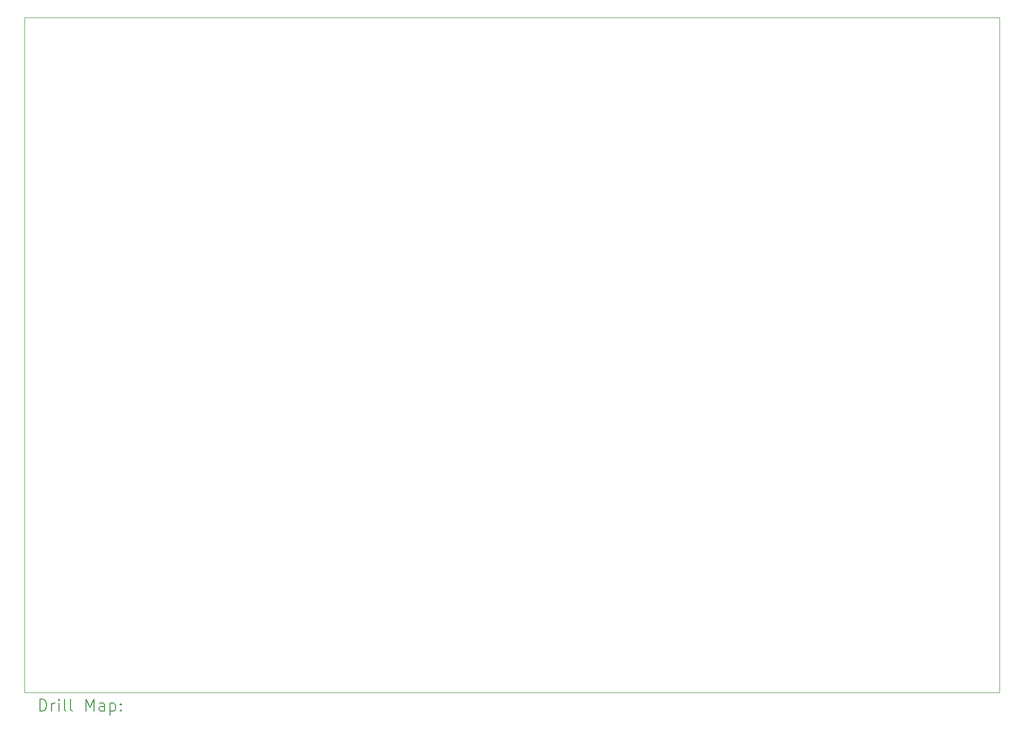
<source format=gbr>
%TF.GenerationSoftware,KiCad,Pcbnew,8.0.2*%
%TF.CreationDate,2024-05-30T20:48:47-07:00*%
%TF.ProjectId,DSP_TU,4453505f-5455-42e6-9b69-6361645f7063,B*%
%TF.SameCoordinates,Original*%
%TF.FileFunction,Drillmap*%
%TF.FilePolarity,Positive*%
%FSLAX45Y45*%
G04 Gerber Fmt 4.5, Leading zero omitted, Abs format (unit mm)*
G04 Created by KiCad (PCBNEW 8.0.2) date 2024-05-30 20:48:47*
%MOMM*%
%LPD*%
G01*
G04 APERTURE LIST*
%ADD10C,0.050000*%
%ADD11C,0.200000*%
G04 APERTURE END LIST*
D10*
X3403600Y-2921000D02*
X19913600Y-2921000D01*
X19913600Y-14351000D01*
X3403600Y-14351000D01*
X3403600Y-2921000D01*
D11*
X3661877Y-14664984D02*
X3661877Y-14464984D01*
X3661877Y-14464984D02*
X3709496Y-14464984D01*
X3709496Y-14464984D02*
X3738067Y-14474508D01*
X3738067Y-14474508D02*
X3757115Y-14493555D01*
X3757115Y-14493555D02*
X3766639Y-14512603D01*
X3766639Y-14512603D02*
X3776162Y-14550698D01*
X3776162Y-14550698D02*
X3776162Y-14579269D01*
X3776162Y-14579269D02*
X3766639Y-14617365D01*
X3766639Y-14617365D02*
X3757115Y-14636412D01*
X3757115Y-14636412D02*
X3738067Y-14655460D01*
X3738067Y-14655460D02*
X3709496Y-14664984D01*
X3709496Y-14664984D02*
X3661877Y-14664984D01*
X3861877Y-14664984D02*
X3861877Y-14531650D01*
X3861877Y-14569746D02*
X3871401Y-14550698D01*
X3871401Y-14550698D02*
X3880924Y-14541174D01*
X3880924Y-14541174D02*
X3899972Y-14531650D01*
X3899972Y-14531650D02*
X3919020Y-14531650D01*
X3985686Y-14664984D02*
X3985686Y-14531650D01*
X3985686Y-14464984D02*
X3976162Y-14474508D01*
X3976162Y-14474508D02*
X3985686Y-14484031D01*
X3985686Y-14484031D02*
X3995210Y-14474508D01*
X3995210Y-14474508D02*
X3985686Y-14464984D01*
X3985686Y-14464984D02*
X3985686Y-14484031D01*
X4109496Y-14664984D02*
X4090448Y-14655460D01*
X4090448Y-14655460D02*
X4080924Y-14636412D01*
X4080924Y-14636412D02*
X4080924Y-14464984D01*
X4214258Y-14664984D02*
X4195210Y-14655460D01*
X4195210Y-14655460D02*
X4185686Y-14636412D01*
X4185686Y-14636412D02*
X4185686Y-14464984D01*
X4442829Y-14664984D02*
X4442829Y-14464984D01*
X4442829Y-14464984D02*
X4509496Y-14607841D01*
X4509496Y-14607841D02*
X4576163Y-14464984D01*
X4576163Y-14464984D02*
X4576163Y-14664984D01*
X4757115Y-14664984D02*
X4757115Y-14560222D01*
X4757115Y-14560222D02*
X4747591Y-14541174D01*
X4747591Y-14541174D02*
X4728544Y-14531650D01*
X4728544Y-14531650D02*
X4690448Y-14531650D01*
X4690448Y-14531650D02*
X4671401Y-14541174D01*
X4757115Y-14655460D02*
X4738067Y-14664984D01*
X4738067Y-14664984D02*
X4690448Y-14664984D01*
X4690448Y-14664984D02*
X4671401Y-14655460D01*
X4671401Y-14655460D02*
X4661877Y-14636412D01*
X4661877Y-14636412D02*
X4661877Y-14617365D01*
X4661877Y-14617365D02*
X4671401Y-14598317D01*
X4671401Y-14598317D02*
X4690448Y-14588793D01*
X4690448Y-14588793D02*
X4738067Y-14588793D01*
X4738067Y-14588793D02*
X4757115Y-14579269D01*
X4852353Y-14531650D02*
X4852353Y-14731650D01*
X4852353Y-14541174D02*
X4871401Y-14531650D01*
X4871401Y-14531650D02*
X4909496Y-14531650D01*
X4909496Y-14531650D02*
X4928544Y-14541174D01*
X4928544Y-14541174D02*
X4938067Y-14550698D01*
X4938067Y-14550698D02*
X4947591Y-14569746D01*
X4947591Y-14569746D02*
X4947591Y-14626888D01*
X4947591Y-14626888D02*
X4938067Y-14645936D01*
X4938067Y-14645936D02*
X4928544Y-14655460D01*
X4928544Y-14655460D02*
X4909496Y-14664984D01*
X4909496Y-14664984D02*
X4871401Y-14664984D01*
X4871401Y-14664984D02*
X4852353Y-14655460D01*
X5033305Y-14645936D02*
X5042829Y-14655460D01*
X5042829Y-14655460D02*
X5033305Y-14664984D01*
X5033305Y-14664984D02*
X5023782Y-14655460D01*
X5023782Y-14655460D02*
X5033305Y-14645936D01*
X5033305Y-14645936D02*
X5033305Y-14664984D01*
X5033305Y-14541174D02*
X5042829Y-14550698D01*
X5042829Y-14550698D02*
X5033305Y-14560222D01*
X5033305Y-14560222D02*
X5023782Y-14550698D01*
X5023782Y-14550698D02*
X5033305Y-14541174D01*
X5033305Y-14541174D02*
X5033305Y-14560222D01*
M02*

</source>
